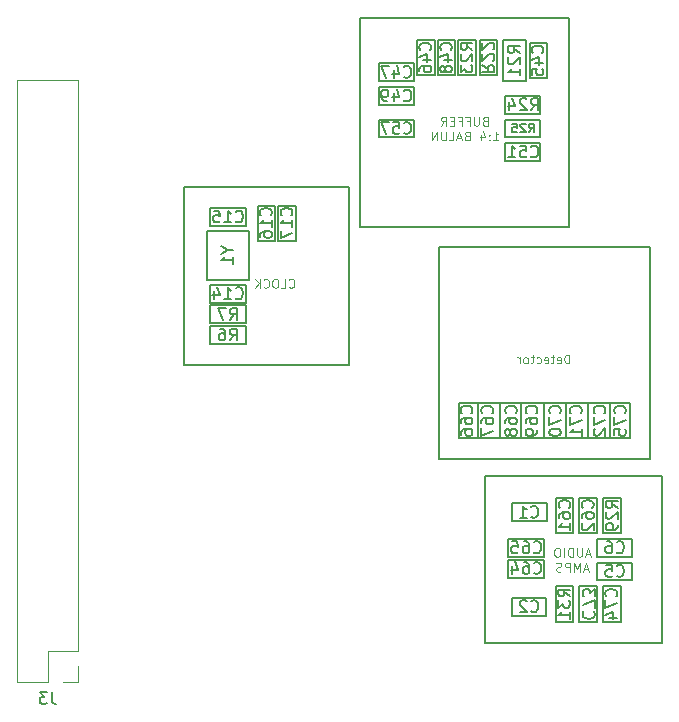
<source format=gbo>
G04 #@! TF.GenerationSoftware,KiCad,Pcbnew,(5.1.4)-1*
G04 #@! TF.CreationDate,2019-09-05T19:32:48+02:00*
G04 #@! TF.ProjectId,rf-receiver,72662d72-6563-4656-9976-65722e6b6963,rev?*
G04 #@! TF.SameCoordinates,Original*
G04 #@! TF.FileFunction,Legend,Bot*
G04 #@! TF.FilePolarity,Positive*
%FSLAX46Y46*%
G04 Gerber Fmt 4.6, Leading zero omitted, Abs format (unit mm)*
G04 Created by KiCad (PCBNEW (5.1.4)-1) date 2019-09-05 19:32:48*
%MOMM*%
%LPD*%
G04 APERTURE LIST*
%ADD10C,0.150000*%
%ADD11C,0.125000*%
%ADD12C,0.120000*%
G04 APERTURE END LIST*
D10*
X117700000Y-71500000D02*
X117700000Y-70000000D01*
X120700000Y-71500000D02*
X117700000Y-71500000D01*
X120700000Y-70000000D02*
X120700000Y-71500000D01*
X117700000Y-70000000D02*
X120700000Y-70000000D01*
X117700000Y-69500000D02*
X117700000Y-68000000D01*
X120700000Y-69500000D02*
X117700000Y-69500000D01*
X120700000Y-68000000D02*
X120700000Y-69500000D01*
X117700000Y-68000000D02*
X120700000Y-68000000D01*
X117700000Y-66000000D02*
X117800000Y-66000000D01*
X117700000Y-67500000D02*
X117700000Y-66000000D01*
X120700000Y-67500000D02*
X117700000Y-67500000D01*
X120700000Y-66000000D02*
X120700000Y-67500000D01*
X117800000Y-66000000D02*
X120700000Y-66000000D01*
D11*
X115996428Y-68121428D02*
X115889285Y-68157142D01*
X115853571Y-68192857D01*
X115817857Y-68264285D01*
X115817857Y-68371428D01*
X115853571Y-68442857D01*
X115889285Y-68478571D01*
X115960714Y-68514285D01*
X116246428Y-68514285D01*
X116246428Y-67764285D01*
X115996428Y-67764285D01*
X115925000Y-67800000D01*
X115889285Y-67835714D01*
X115853571Y-67907142D01*
X115853571Y-67978571D01*
X115889285Y-68050000D01*
X115925000Y-68085714D01*
X115996428Y-68121428D01*
X116246428Y-68121428D01*
X115496428Y-67764285D02*
X115496428Y-68371428D01*
X115460714Y-68442857D01*
X115425000Y-68478571D01*
X115353571Y-68514285D01*
X115210714Y-68514285D01*
X115139285Y-68478571D01*
X115103571Y-68442857D01*
X115067857Y-68371428D01*
X115067857Y-67764285D01*
X114460714Y-68121428D02*
X114710714Y-68121428D01*
X114710714Y-68514285D02*
X114710714Y-67764285D01*
X114353571Y-67764285D01*
X113817857Y-68121428D02*
X114067857Y-68121428D01*
X114067857Y-68514285D02*
X114067857Y-67764285D01*
X113710714Y-67764285D01*
X113425000Y-68121428D02*
X113175000Y-68121428D01*
X113067857Y-68514285D02*
X113425000Y-68514285D01*
X113425000Y-67764285D01*
X113067857Y-67764285D01*
X112317857Y-68514285D02*
X112567857Y-68157142D01*
X112746428Y-68514285D02*
X112746428Y-67764285D01*
X112460714Y-67764285D01*
X112389285Y-67800000D01*
X112353571Y-67835714D01*
X112317857Y-67907142D01*
X112317857Y-68014285D01*
X112353571Y-68085714D01*
X112389285Y-68121428D01*
X112460714Y-68157142D01*
X112746428Y-68157142D01*
X116692857Y-69764285D02*
X117121428Y-69764285D01*
X116907142Y-69764285D02*
X116907142Y-69014285D01*
X116978571Y-69121428D01*
X117050000Y-69192857D01*
X117121428Y-69228571D01*
X116371428Y-69692857D02*
X116335714Y-69728571D01*
X116371428Y-69764285D01*
X116407142Y-69728571D01*
X116371428Y-69692857D01*
X116371428Y-69764285D01*
X116371428Y-69300000D02*
X116335714Y-69335714D01*
X116371428Y-69371428D01*
X116407142Y-69335714D01*
X116371428Y-69300000D01*
X116371428Y-69371428D01*
X115692857Y-69264285D02*
X115692857Y-69764285D01*
X115871428Y-68978571D02*
X116050000Y-69514285D01*
X115585714Y-69514285D01*
X114478571Y-69371428D02*
X114371428Y-69407142D01*
X114335714Y-69442857D01*
X114300000Y-69514285D01*
X114300000Y-69621428D01*
X114335714Y-69692857D01*
X114371428Y-69728571D01*
X114442857Y-69764285D01*
X114728571Y-69764285D01*
X114728571Y-69014285D01*
X114478571Y-69014285D01*
X114407142Y-69050000D01*
X114371428Y-69085714D01*
X114335714Y-69157142D01*
X114335714Y-69228571D01*
X114371428Y-69300000D01*
X114407142Y-69335714D01*
X114478571Y-69371428D01*
X114728571Y-69371428D01*
X114014285Y-69550000D02*
X113657142Y-69550000D01*
X114085714Y-69764285D02*
X113835714Y-69014285D01*
X113585714Y-69764285D01*
X112978571Y-69764285D02*
X113335714Y-69764285D01*
X113335714Y-69014285D01*
X112728571Y-69014285D02*
X112728571Y-69621428D01*
X112692857Y-69692857D01*
X112657142Y-69728571D01*
X112585714Y-69764285D01*
X112442857Y-69764285D01*
X112371428Y-69728571D01*
X112335714Y-69692857D01*
X112300000Y-69621428D01*
X112300000Y-69014285D01*
X111942857Y-69764285D02*
X111942857Y-69014285D01*
X111514285Y-69764285D01*
X111514285Y-69014285D01*
X99414285Y-82167857D02*
X99450000Y-82203571D01*
X99557142Y-82239285D01*
X99628571Y-82239285D01*
X99735714Y-82203571D01*
X99807142Y-82132142D01*
X99842857Y-82060714D01*
X99878571Y-81917857D01*
X99878571Y-81810714D01*
X99842857Y-81667857D01*
X99807142Y-81596428D01*
X99735714Y-81525000D01*
X99628571Y-81489285D01*
X99557142Y-81489285D01*
X99450000Y-81525000D01*
X99414285Y-81560714D01*
X98735714Y-82239285D02*
X99092857Y-82239285D01*
X99092857Y-81489285D01*
X98342857Y-81489285D02*
X98200000Y-81489285D01*
X98128571Y-81525000D01*
X98057142Y-81596428D01*
X98021428Y-81739285D01*
X98021428Y-81989285D01*
X98057142Y-82132142D01*
X98128571Y-82203571D01*
X98200000Y-82239285D01*
X98342857Y-82239285D01*
X98414285Y-82203571D01*
X98485714Y-82132142D01*
X98521428Y-81989285D01*
X98521428Y-81739285D01*
X98485714Y-81596428D01*
X98414285Y-81525000D01*
X98342857Y-81489285D01*
X97271428Y-82167857D02*
X97307142Y-82203571D01*
X97414285Y-82239285D01*
X97485714Y-82239285D01*
X97592857Y-82203571D01*
X97664285Y-82132142D01*
X97700000Y-82060714D01*
X97735714Y-81917857D01*
X97735714Y-81810714D01*
X97700000Y-81667857D01*
X97664285Y-81596428D01*
X97592857Y-81525000D01*
X97485714Y-81489285D01*
X97414285Y-81489285D01*
X97307142Y-81525000D01*
X97271428Y-81560714D01*
X96950000Y-82239285D02*
X96950000Y-81489285D01*
X96521428Y-82239285D02*
X96842857Y-81810714D01*
X96521428Y-81489285D02*
X96950000Y-81917857D01*
X123160714Y-88639285D02*
X123160714Y-87889285D01*
X122982142Y-87889285D01*
X122875000Y-87925000D01*
X122803571Y-87996428D01*
X122767857Y-88067857D01*
X122732142Y-88210714D01*
X122732142Y-88317857D01*
X122767857Y-88460714D01*
X122803571Y-88532142D01*
X122875000Y-88603571D01*
X122982142Y-88639285D01*
X123160714Y-88639285D01*
X122125000Y-88603571D02*
X122196428Y-88639285D01*
X122339285Y-88639285D01*
X122410714Y-88603571D01*
X122446428Y-88532142D01*
X122446428Y-88246428D01*
X122410714Y-88175000D01*
X122339285Y-88139285D01*
X122196428Y-88139285D01*
X122125000Y-88175000D01*
X122089285Y-88246428D01*
X122089285Y-88317857D01*
X122446428Y-88389285D01*
X121875000Y-88139285D02*
X121589285Y-88139285D01*
X121767857Y-87889285D02*
X121767857Y-88532142D01*
X121732142Y-88603571D01*
X121660714Y-88639285D01*
X121589285Y-88639285D01*
X121053571Y-88603571D02*
X121125000Y-88639285D01*
X121267857Y-88639285D01*
X121339285Y-88603571D01*
X121375000Y-88532142D01*
X121375000Y-88246428D01*
X121339285Y-88175000D01*
X121267857Y-88139285D01*
X121125000Y-88139285D01*
X121053571Y-88175000D01*
X121017857Y-88246428D01*
X121017857Y-88317857D01*
X121375000Y-88389285D01*
X120375000Y-88603571D02*
X120446428Y-88639285D01*
X120589285Y-88639285D01*
X120660714Y-88603571D01*
X120696428Y-88567857D01*
X120732142Y-88496428D01*
X120732142Y-88282142D01*
X120696428Y-88210714D01*
X120660714Y-88175000D01*
X120589285Y-88139285D01*
X120446428Y-88139285D01*
X120375000Y-88175000D01*
X120160714Y-88139285D02*
X119875000Y-88139285D01*
X120053571Y-87889285D02*
X120053571Y-88532142D01*
X120017857Y-88603571D01*
X119946428Y-88639285D01*
X119875000Y-88639285D01*
X119517857Y-88639285D02*
X119589285Y-88603571D01*
X119625000Y-88567857D01*
X119660714Y-88496428D01*
X119660714Y-88282142D01*
X119625000Y-88210714D01*
X119589285Y-88175000D01*
X119517857Y-88139285D01*
X119410714Y-88139285D01*
X119339285Y-88175000D01*
X119303571Y-88210714D01*
X119267857Y-88282142D01*
X119267857Y-88496428D01*
X119303571Y-88567857D01*
X119339285Y-88603571D01*
X119410714Y-88639285D01*
X119517857Y-88639285D01*
X118946428Y-88639285D02*
X118946428Y-88139285D01*
X118946428Y-88282142D02*
X118910714Y-88210714D01*
X118875000Y-88175000D01*
X118803571Y-88139285D01*
X118732142Y-88139285D01*
X124917857Y-104800000D02*
X124560714Y-104800000D01*
X124989285Y-105014285D02*
X124739285Y-104264285D01*
X124489285Y-105014285D01*
X124239285Y-104264285D02*
X124239285Y-104871428D01*
X124203571Y-104942857D01*
X124167857Y-104978571D01*
X124096428Y-105014285D01*
X123953571Y-105014285D01*
X123882142Y-104978571D01*
X123846428Y-104942857D01*
X123810714Y-104871428D01*
X123810714Y-104264285D01*
X123453571Y-105014285D02*
X123453571Y-104264285D01*
X123275000Y-104264285D01*
X123167857Y-104300000D01*
X123096428Y-104371428D01*
X123060714Y-104442857D01*
X123025000Y-104585714D01*
X123025000Y-104692857D01*
X123060714Y-104835714D01*
X123096428Y-104907142D01*
X123167857Y-104978571D01*
X123275000Y-105014285D01*
X123453571Y-105014285D01*
X122703571Y-105014285D02*
X122703571Y-104264285D01*
X122203571Y-104264285D02*
X122060714Y-104264285D01*
X121989285Y-104300000D01*
X121917857Y-104371428D01*
X121882142Y-104514285D01*
X121882142Y-104764285D01*
X121917857Y-104907142D01*
X121989285Y-104978571D01*
X122060714Y-105014285D01*
X122203571Y-105014285D01*
X122275000Y-104978571D01*
X122346428Y-104907142D01*
X122382142Y-104764285D01*
X122382142Y-104514285D01*
X122346428Y-104371428D01*
X122275000Y-104300000D01*
X122203571Y-104264285D01*
X124739285Y-106050000D02*
X124382142Y-106050000D01*
X124810714Y-106264285D02*
X124560714Y-105514285D01*
X124310714Y-106264285D01*
X124060714Y-106264285D02*
X124060714Y-105514285D01*
X123810714Y-106050000D01*
X123560714Y-105514285D01*
X123560714Y-106264285D01*
X123203571Y-106264285D02*
X123203571Y-105514285D01*
X122917857Y-105514285D01*
X122846428Y-105550000D01*
X122810714Y-105585714D01*
X122775000Y-105657142D01*
X122775000Y-105764285D01*
X122810714Y-105835714D01*
X122846428Y-105871428D01*
X122917857Y-105907142D01*
X123203571Y-105907142D01*
X122489285Y-106228571D02*
X122382142Y-106264285D01*
X122203571Y-106264285D01*
X122132142Y-106228571D01*
X122096428Y-106192857D01*
X122060714Y-106121428D01*
X122060714Y-106050000D01*
X122096428Y-105978571D01*
X122132142Y-105942857D01*
X122203571Y-105907142D01*
X122346428Y-105871428D01*
X122417857Y-105835714D01*
X122453571Y-105800000D01*
X122489285Y-105728571D01*
X122489285Y-105657142D01*
X122453571Y-105585714D01*
X122417857Y-105550000D01*
X122346428Y-105514285D01*
X122167857Y-105514285D01*
X122060714Y-105550000D01*
D10*
X116000000Y-112300000D02*
X116000000Y-98200000D01*
X131000000Y-112300000D02*
X116000000Y-112300000D01*
X131000000Y-98200000D02*
X131000000Y-112300000D01*
X116000000Y-98200000D02*
X131000000Y-98200000D01*
X90500000Y-88800000D02*
X90500000Y-73700000D01*
X104500000Y-88800000D02*
X90500000Y-88800000D01*
X104500000Y-73700000D02*
X104500000Y-88800000D01*
X90500000Y-73700000D02*
X104500000Y-73700000D01*
X105400000Y-77100000D02*
X105400000Y-59400000D01*
X123100000Y-77100000D02*
X105400000Y-77100000D01*
X123100000Y-59400000D02*
X123100000Y-77100000D01*
X105400000Y-59400000D02*
X123100000Y-59400000D01*
X112100000Y-78800000D02*
X112200000Y-78800000D01*
X112100000Y-96700000D02*
X112100000Y-78800000D01*
X130000000Y-96700000D02*
X112100000Y-96700000D01*
X130000000Y-78800000D02*
X130000000Y-96700000D01*
X112200000Y-78800000D02*
X130000000Y-78800000D01*
X92700000Y-87000000D02*
X92700000Y-85500000D01*
X95800000Y-87000000D02*
X92700000Y-87000000D01*
X95800000Y-85500000D02*
X95800000Y-87000000D01*
X92700000Y-85500000D02*
X95800000Y-85500000D01*
X92700000Y-83800000D02*
X92700000Y-83700000D01*
X92700000Y-85200000D02*
X92700000Y-83800000D01*
X95800000Y-85200000D02*
X92700000Y-85200000D01*
X95800000Y-83700000D02*
X95800000Y-85200000D01*
X92700000Y-83700000D02*
X95800000Y-83700000D01*
X92700000Y-83500000D02*
X92700000Y-82000000D01*
X95800000Y-83500000D02*
X92700000Y-83500000D01*
X95800000Y-82000000D02*
X95800000Y-83500000D01*
X92700000Y-82000000D02*
X95800000Y-82000000D01*
X100000000Y-75300000D02*
X98500000Y-75300000D01*
X100000000Y-78300000D02*
X100000000Y-75300000D01*
X98500000Y-78300000D02*
X100000000Y-78300000D01*
X98500000Y-75300000D02*
X98500000Y-78300000D01*
X98200000Y-75300000D02*
X96800000Y-75300000D01*
X98200000Y-78300000D02*
X98200000Y-75300000D01*
X96800000Y-78300000D02*
X98200000Y-78300000D01*
X96800000Y-75300000D02*
X96800000Y-78300000D01*
X92500000Y-81600000D02*
X92500000Y-77400000D01*
X96000000Y-81600000D02*
X92500000Y-81600000D01*
X96000000Y-77400000D02*
X96000000Y-81600000D01*
X92500000Y-77400000D02*
X96000000Y-77400000D01*
X92700000Y-77000000D02*
X92700000Y-75500000D01*
X95800000Y-77000000D02*
X92700000Y-77000000D01*
X95800000Y-75500000D02*
X95800000Y-77000000D01*
X92700000Y-75500000D02*
X95800000Y-75500000D01*
X126000000Y-103000000D02*
X126000000Y-100000000D01*
X127500000Y-103000000D02*
X126000000Y-103000000D01*
X127500000Y-100000000D02*
X127500000Y-103000000D01*
X126000000Y-100000000D02*
X127500000Y-100000000D01*
X124000000Y-103000000D02*
X124000000Y-100000000D01*
X125500000Y-103000000D02*
X124000000Y-103000000D01*
X125500000Y-100000000D02*
X125500000Y-103000000D01*
X124000000Y-100000000D02*
X125500000Y-100000000D01*
X122000000Y-103000000D02*
X122000000Y-100000000D01*
X123500000Y-103000000D02*
X122000000Y-103000000D01*
X123500000Y-100000000D02*
X123500000Y-103000000D01*
X122000000Y-100000000D02*
X123500000Y-100000000D01*
X125500000Y-107000000D02*
X125500000Y-105500000D01*
X128500000Y-107000000D02*
X125500000Y-107000000D01*
X128500000Y-105500000D02*
X128500000Y-107000000D01*
X125500000Y-105500000D02*
X128500000Y-105500000D01*
X125500000Y-105000000D02*
X125500000Y-103500000D01*
X128500000Y-105000000D02*
X125500000Y-105000000D01*
X128500000Y-103500000D02*
X128500000Y-105000000D01*
X125500000Y-103500000D02*
X128500000Y-103500000D01*
X126000000Y-110500000D02*
X126000000Y-107500000D01*
X127500000Y-110500000D02*
X126000000Y-110500000D01*
X127500000Y-107500000D02*
X127500000Y-110500000D01*
X126000000Y-107500000D02*
X127500000Y-107500000D01*
X124000000Y-110500000D02*
X124000000Y-107500000D01*
X125500000Y-110500000D02*
X124000000Y-110500000D01*
X125500000Y-107500000D02*
X125500000Y-110500000D01*
X124000000Y-107500000D02*
X125500000Y-107500000D01*
X122000000Y-110500000D02*
X122000000Y-107500000D01*
X123500000Y-110500000D02*
X122000000Y-110500000D01*
X123500000Y-107500000D02*
X123500000Y-110500000D01*
X122000000Y-107500000D02*
X123500000Y-107500000D01*
X121200000Y-108500000D02*
X118300000Y-108500000D01*
X121200000Y-110000000D02*
X121200000Y-108500000D01*
X118300000Y-110000000D02*
X121200000Y-110000000D01*
X118300000Y-108500000D02*
X118300000Y-110000000D01*
X121000000Y-105300000D02*
X118000000Y-105300000D01*
X121000000Y-106800000D02*
X121000000Y-105300000D01*
X118000000Y-106800000D02*
X121000000Y-106800000D01*
X118000000Y-105300000D02*
X118000000Y-106800000D01*
X118000000Y-105000000D02*
X118000000Y-103500000D01*
X121000000Y-105000000D02*
X118000000Y-105000000D01*
X121000000Y-103500000D02*
X121000000Y-105000000D01*
X118000000Y-103500000D02*
X121000000Y-103500000D01*
X121300000Y-100500000D02*
X118300000Y-100500000D01*
X121300000Y-102000000D02*
X121300000Y-100500000D01*
X118300000Y-102000000D02*
X121300000Y-102000000D01*
X118300000Y-100500000D02*
X118300000Y-102000000D01*
X126600000Y-95000000D02*
X126600000Y-92000000D01*
X124700000Y-92000000D02*
X124700000Y-95000000D01*
X122900000Y-92000000D02*
X122900000Y-95000000D01*
X121000000Y-95000000D02*
X121000000Y-92000000D01*
X119100000Y-92000000D02*
X119100000Y-95000000D01*
X117300000Y-95000000D02*
X117300000Y-92000000D01*
X115400000Y-92000000D02*
X115400000Y-95000000D01*
X128300000Y-92000000D02*
X113800000Y-92000000D01*
X128300000Y-95000000D02*
X128300000Y-92000000D01*
X113800000Y-95000000D02*
X128300000Y-95000000D01*
X113800000Y-92000000D02*
X113800000Y-95000000D01*
X121300000Y-61500000D02*
X119800000Y-61500000D01*
X121300000Y-64500000D02*
X121300000Y-61500000D01*
X119800000Y-64500000D02*
X121300000Y-64500000D01*
X119800000Y-61500000D02*
X119800000Y-64500000D01*
X119450000Y-61300000D02*
X117550000Y-61300000D01*
X119450000Y-64700000D02*
X119450000Y-61300000D01*
X117550000Y-64700000D02*
X119450000Y-64700000D01*
X117550000Y-61300000D02*
X117550000Y-64700000D01*
X115550000Y-64250000D02*
X115550000Y-61250000D01*
X117050000Y-64250000D02*
X115550000Y-64250000D01*
X117050000Y-61250000D02*
X117050000Y-64250000D01*
X115550000Y-61250000D02*
X117050000Y-61250000D01*
X115250000Y-61250000D02*
X113750000Y-61250000D01*
X115250000Y-64250000D02*
X115250000Y-61250000D01*
X113750000Y-64250000D02*
X115250000Y-64250000D01*
X113750000Y-61250000D02*
X113750000Y-64250000D01*
X113500000Y-61250000D02*
X112000000Y-61250000D01*
X113500000Y-61250000D02*
X113500000Y-64250000D01*
X112000000Y-64250000D02*
X113500000Y-64250000D01*
X112000000Y-61250000D02*
X112000000Y-64250000D01*
X110250000Y-61250000D02*
X110250000Y-64250000D01*
X111750000Y-61250000D02*
X110250000Y-61250000D01*
X111750000Y-64250000D02*
X111750000Y-61250000D01*
X110250000Y-64250000D02*
X111750000Y-64250000D01*
X110000000Y-63250000D02*
X107000000Y-63250000D01*
X110000000Y-64750000D02*
X110000000Y-63250000D01*
X107000000Y-64750000D02*
X110000000Y-64750000D01*
X107000000Y-63250000D02*
X107000000Y-64750000D01*
X110000000Y-65250000D02*
X107000000Y-65250000D01*
X110000000Y-66750000D02*
X110000000Y-65250000D01*
X107000000Y-66750000D02*
X110000000Y-66750000D01*
X107000000Y-65250000D02*
X107000000Y-66750000D01*
X107000000Y-68250000D02*
X107000000Y-68000000D01*
X107000000Y-69500000D02*
X107000000Y-68250000D01*
X110000000Y-69500000D02*
X107000000Y-69500000D01*
X110000000Y-68000000D02*
X110000000Y-69500000D01*
X107000000Y-68000000D02*
X110000000Y-68000000D01*
D12*
X80250000Y-115580000D02*
X81580000Y-115580000D01*
X81580000Y-115580000D02*
X81580000Y-114250000D01*
X78980000Y-115580000D02*
X78980000Y-112980000D01*
X78980000Y-112980000D02*
X81580000Y-112980000D01*
X81580000Y-112980000D02*
X81580000Y-64660000D01*
X76380000Y-64660000D02*
X81580000Y-64660000D01*
X76380000Y-115580000D02*
X76380000Y-64660000D01*
X76380000Y-115580000D02*
X78980000Y-115580000D01*
D10*
X127166666Y-106607142D02*
X127214285Y-106654761D01*
X127357142Y-106702380D01*
X127452380Y-106702380D01*
X127595238Y-106654761D01*
X127690476Y-106559523D01*
X127738095Y-106464285D01*
X127785714Y-106273809D01*
X127785714Y-106130952D01*
X127738095Y-105940476D01*
X127690476Y-105845238D01*
X127595238Y-105750000D01*
X127452380Y-105702380D01*
X127357142Y-105702380D01*
X127214285Y-105750000D01*
X127166666Y-105797619D01*
X126261904Y-105702380D02*
X126738095Y-105702380D01*
X126785714Y-106178571D01*
X126738095Y-106130952D01*
X126642857Y-106083333D01*
X126404761Y-106083333D01*
X126309523Y-106130952D01*
X126261904Y-106178571D01*
X126214285Y-106273809D01*
X126214285Y-106511904D01*
X126261904Y-106607142D01*
X126309523Y-106654761D01*
X126404761Y-106702380D01*
X126642857Y-106702380D01*
X126738095Y-106654761D01*
X126785714Y-106607142D01*
X111357142Y-62107142D02*
X111404761Y-62059523D01*
X111452380Y-61916666D01*
X111452380Y-61821428D01*
X111404761Y-61678571D01*
X111309523Y-61583333D01*
X111214285Y-61535714D01*
X111023809Y-61488095D01*
X110880952Y-61488095D01*
X110690476Y-61535714D01*
X110595238Y-61583333D01*
X110500000Y-61678571D01*
X110452380Y-61821428D01*
X110452380Y-61916666D01*
X110500000Y-62059523D01*
X110547619Y-62107142D01*
X110785714Y-62964285D02*
X111452380Y-62964285D01*
X110404761Y-62726190D02*
X111119047Y-62488095D01*
X111119047Y-63107142D01*
X110452380Y-63916666D02*
X110452380Y-63726190D01*
X110500000Y-63630952D01*
X110547619Y-63583333D01*
X110690476Y-63488095D01*
X110880952Y-63440476D01*
X111261904Y-63440476D01*
X111357142Y-63488095D01*
X111404761Y-63535714D01*
X111452380Y-63630952D01*
X111452380Y-63821428D01*
X111404761Y-63916666D01*
X111357142Y-63964285D01*
X111261904Y-64011904D01*
X111023809Y-64011904D01*
X110928571Y-63964285D01*
X110880952Y-63916666D01*
X110833333Y-63821428D01*
X110833333Y-63630952D01*
X110880952Y-63535714D01*
X110928571Y-63488095D01*
X111023809Y-63440476D01*
X109142857Y-66357142D02*
X109190476Y-66404761D01*
X109333333Y-66452380D01*
X109428571Y-66452380D01*
X109571428Y-66404761D01*
X109666666Y-66309523D01*
X109714285Y-66214285D01*
X109761904Y-66023809D01*
X109761904Y-65880952D01*
X109714285Y-65690476D01*
X109666666Y-65595238D01*
X109571428Y-65500000D01*
X109428571Y-65452380D01*
X109333333Y-65452380D01*
X109190476Y-65500000D01*
X109142857Y-65547619D01*
X108285714Y-65785714D02*
X108285714Y-66452380D01*
X108523809Y-65404761D02*
X108761904Y-66119047D01*
X108142857Y-66119047D01*
X107714285Y-66452380D02*
X107523809Y-66452380D01*
X107428571Y-66404761D01*
X107380952Y-66357142D01*
X107285714Y-66214285D01*
X107238095Y-66023809D01*
X107238095Y-65642857D01*
X107285714Y-65547619D01*
X107333333Y-65500000D01*
X107428571Y-65452380D01*
X107619047Y-65452380D01*
X107714285Y-65500000D01*
X107761904Y-65547619D01*
X107809523Y-65642857D01*
X107809523Y-65880952D01*
X107761904Y-65976190D01*
X107714285Y-66023809D01*
X107619047Y-66071428D01*
X107428571Y-66071428D01*
X107333333Y-66023809D01*
X107285714Y-65976190D01*
X107238095Y-65880952D01*
X120142857Y-106357142D02*
X120190476Y-106404761D01*
X120333333Y-106452380D01*
X120428571Y-106452380D01*
X120571428Y-106404761D01*
X120666666Y-106309523D01*
X120714285Y-106214285D01*
X120761904Y-106023809D01*
X120761904Y-105880952D01*
X120714285Y-105690476D01*
X120666666Y-105595238D01*
X120571428Y-105500000D01*
X120428571Y-105452380D01*
X120333333Y-105452380D01*
X120190476Y-105500000D01*
X120142857Y-105547619D01*
X119285714Y-105452380D02*
X119476190Y-105452380D01*
X119571428Y-105500000D01*
X119619047Y-105547619D01*
X119714285Y-105690476D01*
X119761904Y-105880952D01*
X119761904Y-106261904D01*
X119714285Y-106357142D01*
X119666666Y-106404761D01*
X119571428Y-106452380D01*
X119380952Y-106452380D01*
X119285714Y-106404761D01*
X119238095Y-106357142D01*
X119190476Y-106261904D01*
X119190476Y-106023809D01*
X119238095Y-105928571D01*
X119285714Y-105880952D01*
X119380952Y-105833333D01*
X119571428Y-105833333D01*
X119666666Y-105880952D01*
X119714285Y-105928571D01*
X119761904Y-106023809D01*
X118333333Y-105785714D02*
X118333333Y-106452380D01*
X118571428Y-105404761D02*
X118809523Y-106119047D01*
X118190476Y-106119047D01*
X79313333Y-116472380D02*
X79313333Y-117186666D01*
X79360952Y-117329523D01*
X79456190Y-117424761D01*
X79599047Y-117472380D01*
X79694285Y-117472380D01*
X78932380Y-116472380D02*
X78313333Y-116472380D01*
X78646666Y-116853333D01*
X78503809Y-116853333D01*
X78408571Y-116900952D01*
X78360952Y-116948571D01*
X78313333Y-117043809D01*
X78313333Y-117281904D01*
X78360952Y-117377142D01*
X78408571Y-117424761D01*
X78503809Y-117472380D01*
X78789523Y-117472380D01*
X78884761Y-117424761D01*
X78932380Y-117377142D01*
X94226190Y-79023809D02*
X94702380Y-79023809D01*
X93702380Y-78690476D02*
X94226190Y-79023809D01*
X93702380Y-79357142D01*
X94702380Y-80214285D02*
X94702380Y-79642857D01*
X94702380Y-79928571D02*
X93702380Y-79928571D01*
X93845238Y-79833333D01*
X93940476Y-79738095D01*
X93988095Y-79642857D01*
X94416666Y-84952380D02*
X94750000Y-84476190D01*
X94988095Y-84952380D02*
X94988095Y-83952380D01*
X94607142Y-83952380D01*
X94511904Y-84000000D01*
X94464285Y-84047619D01*
X94416666Y-84142857D01*
X94416666Y-84285714D01*
X94464285Y-84380952D01*
X94511904Y-84428571D01*
X94607142Y-84476190D01*
X94988095Y-84476190D01*
X94083333Y-83952380D02*
X93416666Y-83952380D01*
X93845238Y-84952380D01*
X94416666Y-86702380D02*
X94750000Y-86226190D01*
X94988095Y-86702380D02*
X94988095Y-85702380D01*
X94607142Y-85702380D01*
X94511904Y-85750000D01*
X94464285Y-85797619D01*
X94416666Y-85892857D01*
X94416666Y-86035714D01*
X94464285Y-86130952D01*
X94511904Y-86178571D01*
X94607142Y-86226190D01*
X94988095Y-86226190D01*
X93559523Y-85702380D02*
X93750000Y-85702380D01*
X93845238Y-85750000D01*
X93892857Y-85797619D01*
X93988095Y-85940476D01*
X94035714Y-86130952D01*
X94035714Y-86511904D01*
X93988095Y-86607142D01*
X93940476Y-86654761D01*
X93845238Y-86702380D01*
X93654761Y-86702380D01*
X93559523Y-86654761D01*
X93511904Y-86607142D01*
X93464285Y-86511904D01*
X93464285Y-86273809D01*
X93511904Y-86178571D01*
X93559523Y-86130952D01*
X93654761Y-86083333D01*
X93845238Y-86083333D01*
X93940476Y-86130952D01*
X93988095Y-86178571D01*
X94035714Y-86273809D01*
X99607142Y-76107142D02*
X99654761Y-76059523D01*
X99702380Y-75916666D01*
X99702380Y-75821428D01*
X99654761Y-75678571D01*
X99559523Y-75583333D01*
X99464285Y-75535714D01*
X99273809Y-75488095D01*
X99130952Y-75488095D01*
X98940476Y-75535714D01*
X98845238Y-75583333D01*
X98750000Y-75678571D01*
X98702380Y-75821428D01*
X98702380Y-75916666D01*
X98750000Y-76059523D01*
X98797619Y-76107142D01*
X99702380Y-77059523D02*
X99702380Y-76488095D01*
X99702380Y-76773809D02*
X98702380Y-76773809D01*
X98845238Y-76678571D01*
X98940476Y-76583333D01*
X98988095Y-76488095D01*
X98702380Y-77392857D02*
X98702380Y-78059523D01*
X99702380Y-77630952D01*
X97857142Y-76107142D02*
X97904761Y-76059523D01*
X97952380Y-75916666D01*
X97952380Y-75821428D01*
X97904761Y-75678571D01*
X97809523Y-75583333D01*
X97714285Y-75535714D01*
X97523809Y-75488095D01*
X97380952Y-75488095D01*
X97190476Y-75535714D01*
X97095238Y-75583333D01*
X97000000Y-75678571D01*
X96952380Y-75821428D01*
X96952380Y-75916666D01*
X97000000Y-76059523D01*
X97047619Y-76107142D01*
X97952380Y-77059523D02*
X97952380Y-76488095D01*
X97952380Y-76773809D02*
X96952380Y-76773809D01*
X97095238Y-76678571D01*
X97190476Y-76583333D01*
X97238095Y-76488095D01*
X96952380Y-77916666D02*
X96952380Y-77726190D01*
X97000000Y-77630952D01*
X97047619Y-77583333D01*
X97190476Y-77488095D01*
X97380952Y-77440476D01*
X97761904Y-77440476D01*
X97857142Y-77488095D01*
X97904761Y-77535714D01*
X97952380Y-77630952D01*
X97952380Y-77821428D01*
X97904761Y-77916666D01*
X97857142Y-77964285D01*
X97761904Y-78011904D01*
X97523809Y-78011904D01*
X97428571Y-77964285D01*
X97380952Y-77916666D01*
X97333333Y-77821428D01*
X97333333Y-77630952D01*
X97380952Y-77535714D01*
X97428571Y-77488095D01*
X97523809Y-77440476D01*
X94892857Y-76607142D02*
X94940476Y-76654761D01*
X95083333Y-76702380D01*
X95178571Y-76702380D01*
X95321428Y-76654761D01*
X95416666Y-76559523D01*
X95464285Y-76464285D01*
X95511904Y-76273809D01*
X95511904Y-76130952D01*
X95464285Y-75940476D01*
X95416666Y-75845238D01*
X95321428Y-75750000D01*
X95178571Y-75702380D01*
X95083333Y-75702380D01*
X94940476Y-75750000D01*
X94892857Y-75797619D01*
X93940476Y-76702380D02*
X94511904Y-76702380D01*
X94226190Y-76702380D02*
X94226190Y-75702380D01*
X94321428Y-75845238D01*
X94416666Y-75940476D01*
X94511904Y-75988095D01*
X93035714Y-75702380D02*
X93511904Y-75702380D01*
X93559523Y-76178571D01*
X93511904Y-76130952D01*
X93416666Y-76083333D01*
X93178571Y-76083333D01*
X93083333Y-76130952D01*
X93035714Y-76178571D01*
X92988095Y-76273809D01*
X92988095Y-76511904D01*
X93035714Y-76607142D01*
X93083333Y-76654761D01*
X93178571Y-76702380D01*
X93416666Y-76702380D01*
X93511904Y-76654761D01*
X93559523Y-76607142D01*
X94892857Y-83107142D02*
X94940476Y-83154761D01*
X95083333Y-83202380D01*
X95178571Y-83202380D01*
X95321428Y-83154761D01*
X95416666Y-83059523D01*
X95464285Y-82964285D01*
X95511904Y-82773809D01*
X95511904Y-82630952D01*
X95464285Y-82440476D01*
X95416666Y-82345238D01*
X95321428Y-82250000D01*
X95178571Y-82202380D01*
X95083333Y-82202380D01*
X94940476Y-82250000D01*
X94892857Y-82297619D01*
X93940476Y-83202380D02*
X94511904Y-83202380D01*
X94226190Y-83202380D02*
X94226190Y-82202380D01*
X94321428Y-82345238D01*
X94416666Y-82440476D01*
X94511904Y-82488095D01*
X93083333Y-82535714D02*
X93083333Y-83202380D01*
X93321428Y-82154761D02*
X93559523Y-82869047D01*
X92940476Y-82869047D01*
X119916666Y-109607142D02*
X119964285Y-109654761D01*
X120107142Y-109702380D01*
X120202380Y-109702380D01*
X120345238Y-109654761D01*
X120440476Y-109559523D01*
X120488095Y-109464285D01*
X120535714Y-109273809D01*
X120535714Y-109130952D01*
X120488095Y-108940476D01*
X120440476Y-108845238D01*
X120345238Y-108750000D01*
X120202380Y-108702380D01*
X120107142Y-108702380D01*
X119964285Y-108750000D01*
X119916666Y-108797619D01*
X119535714Y-108797619D02*
X119488095Y-108750000D01*
X119392857Y-108702380D01*
X119154761Y-108702380D01*
X119059523Y-108750000D01*
X119011904Y-108797619D01*
X118964285Y-108892857D01*
X118964285Y-108988095D01*
X119011904Y-109130952D01*
X119583333Y-109702380D01*
X118964285Y-109702380D01*
X119916666Y-101607142D02*
X119964285Y-101654761D01*
X120107142Y-101702380D01*
X120202380Y-101702380D01*
X120345238Y-101654761D01*
X120440476Y-101559523D01*
X120488095Y-101464285D01*
X120535714Y-101273809D01*
X120535714Y-101130952D01*
X120488095Y-100940476D01*
X120440476Y-100845238D01*
X120345238Y-100750000D01*
X120202380Y-100702380D01*
X120107142Y-100702380D01*
X119964285Y-100750000D01*
X119916666Y-100797619D01*
X118964285Y-101702380D02*
X119535714Y-101702380D01*
X119250000Y-101702380D02*
X119250000Y-100702380D01*
X119345238Y-100845238D01*
X119440476Y-100940476D01*
X119535714Y-100988095D01*
X127166666Y-104607142D02*
X127214285Y-104654761D01*
X127357142Y-104702380D01*
X127452380Y-104702380D01*
X127595238Y-104654761D01*
X127690476Y-104559523D01*
X127738095Y-104464285D01*
X127785714Y-104273809D01*
X127785714Y-104130952D01*
X127738095Y-103940476D01*
X127690476Y-103845238D01*
X127595238Y-103750000D01*
X127452380Y-103702380D01*
X127357142Y-103702380D01*
X127214285Y-103750000D01*
X127166666Y-103797619D01*
X126309523Y-103702380D02*
X126500000Y-103702380D01*
X126595238Y-103750000D01*
X126642857Y-103797619D01*
X126738095Y-103940476D01*
X126785714Y-104130952D01*
X126785714Y-104511904D01*
X126738095Y-104607142D01*
X126690476Y-104654761D01*
X126595238Y-104702380D01*
X126404761Y-104702380D01*
X126309523Y-104654761D01*
X126261904Y-104607142D01*
X126214285Y-104511904D01*
X126214285Y-104273809D01*
X126261904Y-104178571D01*
X126309523Y-104130952D01*
X126404761Y-104083333D01*
X126595238Y-104083333D01*
X126690476Y-104130952D01*
X126738095Y-104178571D01*
X126785714Y-104273809D01*
X118952380Y-62357142D02*
X118476190Y-62023809D01*
X118952380Y-61785714D02*
X117952380Y-61785714D01*
X117952380Y-62166666D01*
X118000000Y-62261904D01*
X118047619Y-62309523D01*
X118142857Y-62357142D01*
X118285714Y-62357142D01*
X118380952Y-62309523D01*
X118428571Y-62261904D01*
X118476190Y-62166666D01*
X118476190Y-61785714D01*
X118047619Y-62738095D02*
X118000000Y-62785714D01*
X117952380Y-62880952D01*
X117952380Y-63119047D01*
X118000000Y-63214285D01*
X118047619Y-63261904D01*
X118142857Y-63309523D01*
X118238095Y-63309523D01*
X118380952Y-63261904D01*
X118952380Y-62690476D01*
X118952380Y-63309523D01*
X118952380Y-64261904D02*
X118952380Y-63690476D01*
X118952380Y-63976190D02*
X117952380Y-63976190D01*
X118095238Y-63880952D01*
X118190476Y-63785714D01*
X118238095Y-63690476D01*
X125107142Y-100857142D02*
X125154761Y-100809523D01*
X125202380Y-100666666D01*
X125202380Y-100571428D01*
X125154761Y-100428571D01*
X125059523Y-100333333D01*
X124964285Y-100285714D01*
X124773809Y-100238095D01*
X124630952Y-100238095D01*
X124440476Y-100285714D01*
X124345238Y-100333333D01*
X124250000Y-100428571D01*
X124202380Y-100571428D01*
X124202380Y-100666666D01*
X124250000Y-100809523D01*
X124297619Y-100857142D01*
X124202380Y-101714285D02*
X124202380Y-101523809D01*
X124250000Y-101428571D01*
X124297619Y-101380952D01*
X124440476Y-101285714D01*
X124630952Y-101238095D01*
X125011904Y-101238095D01*
X125107142Y-101285714D01*
X125154761Y-101333333D01*
X125202380Y-101428571D01*
X125202380Y-101619047D01*
X125154761Y-101714285D01*
X125107142Y-101761904D01*
X125011904Y-101809523D01*
X124773809Y-101809523D01*
X124678571Y-101761904D01*
X124630952Y-101714285D01*
X124583333Y-101619047D01*
X124583333Y-101428571D01*
X124630952Y-101333333D01*
X124678571Y-101285714D01*
X124773809Y-101238095D01*
X124297619Y-102190476D02*
X124250000Y-102238095D01*
X124202380Y-102333333D01*
X124202380Y-102571428D01*
X124250000Y-102666666D01*
X124297619Y-102714285D01*
X124392857Y-102761904D01*
X124488095Y-102761904D01*
X124630952Y-102714285D01*
X125202380Y-102142857D01*
X125202380Y-102761904D01*
X123157142Y-100857142D02*
X123204761Y-100809523D01*
X123252380Y-100666666D01*
X123252380Y-100571428D01*
X123204761Y-100428571D01*
X123109523Y-100333333D01*
X123014285Y-100285714D01*
X122823809Y-100238095D01*
X122680952Y-100238095D01*
X122490476Y-100285714D01*
X122395238Y-100333333D01*
X122300000Y-100428571D01*
X122252380Y-100571428D01*
X122252380Y-100666666D01*
X122300000Y-100809523D01*
X122347619Y-100857142D01*
X122252380Y-101714285D02*
X122252380Y-101523809D01*
X122300000Y-101428571D01*
X122347619Y-101380952D01*
X122490476Y-101285714D01*
X122680952Y-101238095D01*
X123061904Y-101238095D01*
X123157142Y-101285714D01*
X123204761Y-101333333D01*
X123252380Y-101428571D01*
X123252380Y-101619047D01*
X123204761Y-101714285D01*
X123157142Y-101761904D01*
X123061904Y-101809523D01*
X122823809Y-101809523D01*
X122728571Y-101761904D01*
X122680952Y-101714285D01*
X122633333Y-101619047D01*
X122633333Y-101428571D01*
X122680952Y-101333333D01*
X122728571Y-101285714D01*
X122823809Y-101238095D01*
X123252380Y-102761904D02*
X123252380Y-102190476D01*
X123252380Y-102476190D02*
X122252380Y-102476190D01*
X122395238Y-102380952D01*
X122490476Y-102285714D01*
X122538095Y-102190476D01*
X109142857Y-69107142D02*
X109190476Y-69154761D01*
X109333333Y-69202380D01*
X109428571Y-69202380D01*
X109571428Y-69154761D01*
X109666666Y-69059523D01*
X109714285Y-68964285D01*
X109761904Y-68773809D01*
X109761904Y-68630952D01*
X109714285Y-68440476D01*
X109666666Y-68345238D01*
X109571428Y-68250000D01*
X109428571Y-68202380D01*
X109333333Y-68202380D01*
X109190476Y-68250000D01*
X109142857Y-68297619D01*
X108238095Y-68202380D02*
X108714285Y-68202380D01*
X108761904Y-68678571D01*
X108714285Y-68630952D01*
X108619047Y-68583333D01*
X108380952Y-68583333D01*
X108285714Y-68630952D01*
X108238095Y-68678571D01*
X108190476Y-68773809D01*
X108190476Y-69011904D01*
X108238095Y-69107142D01*
X108285714Y-69154761D01*
X108380952Y-69202380D01*
X108619047Y-69202380D01*
X108714285Y-69154761D01*
X108761904Y-69107142D01*
X107857142Y-68202380D02*
X107190476Y-68202380D01*
X107619047Y-69202380D01*
X119892857Y-71107142D02*
X119940476Y-71154761D01*
X120083333Y-71202380D01*
X120178571Y-71202380D01*
X120321428Y-71154761D01*
X120416666Y-71059523D01*
X120464285Y-70964285D01*
X120511904Y-70773809D01*
X120511904Y-70630952D01*
X120464285Y-70440476D01*
X120416666Y-70345238D01*
X120321428Y-70250000D01*
X120178571Y-70202380D01*
X120083333Y-70202380D01*
X119940476Y-70250000D01*
X119892857Y-70297619D01*
X118988095Y-70202380D02*
X119464285Y-70202380D01*
X119511904Y-70678571D01*
X119464285Y-70630952D01*
X119369047Y-70583333D01*
X119130952Y-70583333D01*
X119035714Y-70630952D01*
X118988095Y-70678571D01*
X118940476Y-70773809D01*
X118940476Y-71011904D01*
X118988095Y-71107142D01*
X119035714Y-71154761D01*
X119130952Y-71202380D01*
X119369047Y-71202380D01*
X119464285Y-71154761D01*
X119511904Y-71107142D01*
X117988095Y-71202380D02*
X118559523Y-71202380D01*
X118273809Y-71202380D02*
X118273809Y-70202380D01*
X118369047Y-70345238D01*
X118464285Y-70440476D01*
X118559523Y-70488095D01*
X109142857Y-64357142D02*
X109190476Y-64404761D01*
X109333333Y-64452380D01*
X109428571Y-64452380D01*
X109571428Y-64404761D01*
X109666666Y-64309523D01*
X109714285Y-64214285D01*
X109761904Y-64023809D01*
X109761904Y-63880952D01*
X109714285Y-63690476D01*
X109666666Y-63595238D01*
X109571428Y-63500000D01*
X109428571Y-63452380D01*
X109333333Y-63452380D01*
X109190476Y-63500000D01*
X109142857Y-63547619D01*
X108285714Y-63785714D02*
X108285714Y-64452380D01*
X108523809Y-63404761D02*
X108761904Y-64119047D01*
X108142857Y-64119047D01*
X107857142Y-63452380D02*
X107190476Y-63452380D01*
X107619047Y-64452380D01*
X120857142Y-62357142D02*
X120904761Y-62309523D01*
X120952380Y-62166666D01*
X120952380Y-62071428D01*
X120904761Y-61928571D01*
X120809523Y-61833333D01*
X120714285Y-61785714D01*
X120523809Y-61738095D01*
X120380952Y-61738095D01*
X120190476Y-61785714D01*
X120095238Y-61833333D01*
X120000000Y-61928571D01*
X119952380Y-62071428D01*
X119952380Y-62166666D01*
X120000000Y-62309523D01*
X120047619Y-62357142D01*
X120285714Y-63214285D02*
X120952380Y-63214285D01*
X119904761Y-62976190D02*
X120619047Y-62738095D01*
X120619047Y-63357142D01*
X119952380Y-64214285D02*
X119952380Y-63738095D01*
X120428571Y-63690476D01*
X120380952Y-63738095D01*
X120333333Y-63833333D01*
X120333333Y-64071428D01*
X120380952Y-64166666D01*
X120428571Y-64214285D01*
X120523809Y-64261904D01*
X120761904Y-64261904D01*
X120857142Y-64214285D01*
X120904761Y-64166666D01*
X120952380Y-64071428D01*
X120952380Y-63833333D01*
X120904761Y-63738095D01*
X120857142Y-63690476D01*
X124107142Y-92857142D02*
X124154761Y-92809523D01*
X124202380Y-92666666D01*
X124202380Y-92571428D01*
X124154761Y-92428571D01*
X124059523Y-92333333D01*
X123964285Y-92285714D01*
X123773809Y-92238095D01*
X123630952Y-92238095D01*
X123440476Y-92285714D01*
X123345238Y-92333333D01*
X123250000Y-92428571D01*
X123202380Y-92571428D01*
X123202380Y-92666666D01*
X123250000Y-92809523D01*
X123297619Y-92857142D01*
X123202380Y-93190476D02*
X123202380Y-93857142D01*
X124202380Y-93428571D01*
X124202380Y-94761904D02*
X124202380Y-94190476D01*
X124202380Y-94476190D02*
X123202380Y-94476190D01*
X123345238Y-94380952D01*
X123440476Y-94285714D01*
X123488095Y-94190476D01*
X126107142Y-92857142D02*
X126154761Y-92809523D01*
X126202380Y-92666666D01*
X126202380Y-92571428D01*
X126154761Y-92428571D01*
X126059523Y-92333333D01*
X125964285Y-92285714D01*
X125773809Y-92238095D01*
X125630952Y-92238095D01*
X125440476Y-92285714D01*
X125345238Y-92333333D01*
X125250000Y-92428571D01*
X125202380Y-92571428D01*
X125202380Y-92666666D01*
X125250000Y-92809523D01*
X125297619Y-92857142D01*
X125202380Y-93190476D02*
X125202380Y-93857142D01*
X126202380Y-93428571D01*
X125297619Y-94190476D02*
X125250000Y-94238095D01*
X125202380Y-94333333D01*
X125202380Y-94571428D01*
X125250000Y-94666666D01*
X125297619Y-94714285D01*
X125392857Y-94761904D01*
X125488095Y-94761904D01*
X125630952Y-94714285D01*
X126202380Y-94142857D01*
X126202380Y-94761904D01*
X127857142Y-92857142D02*
X127904761Y-92809523D01*
X127952380Y-92666666D01*
X127952380Y-92571428D01*
X127904761Y-92428571D01*
X127809523Y-92333333D01*
X127714285Y-92285714D01*
X127523809Y-92238095D01*
X127380952Y-92238095D01*
X127190476Y-92285714D01*
X127095238Y-92333333D01*
X127000000Y-92428571D01*
X126952380Y-92571428D01*
X126952380Y-92666666D01*
X127000000Y-92809523D01*
X127047619Y-92857142D01*
X126952380Y-93190476D02*
X126952380Y-93857142D01*
X127952380Y-93428571D01*
X126952380Y-94714285D02*
X126952380Y-94238095D01*
X127428571Y-94190476D01*
X127380952Y-94238095D01*
X127333333Y-94333333D01*
X127333333Y-94571428D01*
X127380952Y-94666666D01*
X127428571Y-94714285D01*
X127523809Y-94761904D01*
X127761904Y-94761904D01*
X127857142Y-94714285D01*
X127904761Y-94666666D01*
X127952380Y-94571428D01*
X127952380Y-94333333D01*
X127904761Y-94238095D01*
X127857142Y-94190476D01*
X113107142Y-62107142D02*
X113154761Y-62059523D01*
X113202380Y-61916666D01*
X113202380Y-61821428D01*
X113154761Y-61678571D01*
X113059523Y-61583333D01*
X112964285Y-61535714D01*
X112773809Y-61488095D01*
X112630952Y-61488095D01*
X112440476Y-61535714D01*
X112345238Y-61583333D01*
X112250000Y-61678571D01*
X112202380Y-61821428D01*
X112202380Y-61916666D01*
X112250000Y-62059523D01*
X112297619Y-62107142D01*
X112535714Y-62964285D02*
X113202380Y-62964285D01*
X112154761Y-62726190D02*
X112869047Y-62488095D01*
X112869047Y-63107142D01*
X112630952Y-63630952D02*
X112583333Y-63535714D01*
X112535714Y-63488095D01*
X112440476Y-63440476D01*
X112392857Y-63440476D01*
X112297619Y-63488095D01*
X112250000Y-63535714D01*
X112202380Y-63630952D01*
X112202380Y-63821428D01*
X112250000Y-63916666D01*
X112297619Y-63964285D01*
X112392857Y-64011904D01*
X112440476Y-64011904D01*
X112535714Y-63964285D01*
X112583333Y-63916666D01*
X112630952Y-63821428D01*
X112630952Y-63630952D01*
X112678571Y-63535714D01*
X112726190Y-63488095D01*
X112821428Y-63440476D01*
X113011904Y-63440476D01*
X113107142Y-63488095D01*
X113154761Y-63535714D01*
X113202380Y-63630952D01*
X113202380Y-63821428D01*
X113154761Y-63916666D01*
X113107142Y-63964285D01*
X113011904Y-64011904D01*
X112821428Y-64011904D01*
X112726190Y-63964285D01*
X112678571Y-63916666D01*
X112630952Y-63821428D01*
X120357142Y-92857142D02*
X120404761Y-92809523D01*
X120452380Y-92666666D01*
X120452380Y-92571428D01*
X120404761Y-92428571D01*
X120309523Y-92333333D01*
X120214285Y-92285714D01*
X120023809Y-92238095D01*
X119880952Y-92238095D01*
X119690476Y-92285714D01*
X119595238Y-92333333D01*
X119500000Y-92428571D01*
X119452380Y-92571428D01*
X119452380Y-92666666D01*
X119500000Y-92809523D01*
X119547619Y-92857142D01*
X119452380Y-93714285D02*
X119452380Y-93523809D01*
X119500000Y-93428571D01*
X119547619Y-93380952D01*
X119690476Y-93285714D01*
X119880952Y-93238095D01*
X120261904Y-93238095D01*
X120357142Y-93285714D01*
X120404761Y-93333333D01*
X120452380Y-93428571D01*
X120452380Y-93619047D01*
X120404761Y-93714285D01*
X120357142Y-93761904D01*
X120261904Y-93809523D01*
X120023809Y-93809523D01*
X119928571Y-93761904D01*
X119880952Y-93714285D01*
X119833333Y-93619047D01*
X119833333Y-93428571D01*
X119880952Y-93333333D01*
X119928571Y-93285714D01*
X120023809Y-93238095D01*
X120452380Y-94285714D02*
X120452380Y-94476190D01*
X120404761Y-94571428D01*
X120357142Y-94619047D01*
X120214285Y-94714285D01*
X120023809Y-94761904D01*
X119642857Y-94761904D01*
X119547619Y-94714285D01*
X119500000Y-94666666D01*
X119452380Y-94571428D01*
X119452380Y-94380952D01*
X119500000Y-94285714D01*
X119547619Y-94238095D01*
X119642857Y-94190476D01*
X119880952Y-94190476D01*
X119976190Y-94238095D01*
X120023809Y-94285714D01*
X120071428Y-94380952D01*
X120071428Y-94571428D01*
X120023809Y-94666666D01*
X119976190Y-94714285D01*
X119880952Y-94761904D01*
X118607142Y-92857142D02*
X118654761Y-92809523D01*
X118702380Y-92666666D01*
X118702380Y-92571428D01*
X118654761Y-92428571D01*
X118559523Y-92333333D01*
X118464285Y-92285714D01*
X118273809Y-92238095D01*
X118130952Y-92238095D01*
X117940476Y-92285714D01*
X117845238Y-92333333D01*
X117750000Y-92428571D01*
X117702380Y-92571428D01*
X117702380Y-92666666D01*
X117750000Y-92809523D01*
X117797619Y-92857142D01*
X117702380Y-93714285D02*
X117702380Y-93523809D01*
X117750000Y-93428571D01*
X117797619Y-93380952D01*
X117940476Y-93285714D01*
X118130952Y-93238095D01*
X118511904Y-93238095D01*
X118607142Y-93285714D01*
X118654761Y-93333333D01*
X118702380Y-93428571D01*
X118702380Y-93619047D01*
X118654761Y-93714285D01*
X118607142Y-93761904D01*
X118511904Y-93809523D01*
X118273809Y-93809523D01*
X118178571Y-93761904D01*
X118130952Y-93714285D01*
X118083333Y-93619047D01*
X118083333Y-93428571D01*
X118130952Y-93333333D01*
X118178571Y-93285714D01*
X118273809Y-93238095D01*
X118130952Y-94380952D02*
X118083333Y-94285714D01*
X118035714Y-94238095D01*
X117940476Y-94190476D01*
X117892857Y-94190476D01*
X117797619Y-94238095D01*
X117750000Y-94285714D01*
X117702380Y-94380952D01*
X117702380Y-94571428D01*
X117750000Y-94666666D01*
X117797619Y-94714285D01*
X117892857Y-94761904D01*
X117940476Y-94761904D01*
X118035714Y-94714285D01*
X118083333Y-94666666D01*
X118130952Y-94571428D01*
X118130952Y-94380952D01*
X118178571Y-94285714D01*
X118226190Y-94238095D01*
X118321428Y-94190476D01*
X118511904Y-94190476D01*
X118607142Y-94238095D01*
X118654761Y-94285714D01*
X118702380Y-94380952D01*
X118702380Y-94571428D01*
X118654761Y-94666666D01*
X118607142Y-94714285D01*
X118511904Y-94761904D01*
X118321428Y-94761904D01*
X118226190Y-94714285D01*
X118178571Y-94666666D01*
X118130952Y-94571428D01*
X116607142Y-92857142D02*
X116654761Y-92809523D01*
X116702380Y-92666666D01*
X116702380Y-92571428D01*
X116654761Y-92428571D01*
X116559523Y-92333333D01*
X116464285Y-92285714D01*
X116273809Y-92238095D01*
X116130952Y-92238095D01*
X115940476Y-92285714D01*
X115845238Y-92333333D01*
X115750000Y-92428571D01*
X115702380Y-92571428D01*
X115702380Y-92666666D01*
X115750000Y-92809523D01*
X115797619Y-92857142D01*
X115702380Y-93714285D02*
X115702380Y-93523809D01*
X115750000Y-93428571D01*
X115797619Y-93380952D01*
X115940476Y-93285714D01*
X116130952Y-93238095D01*
X116511904Y-93238095D01*
X116607142Y-93285714D01*
X116654761Y-93333333D01*
X116702380Y-93428571D01*
X116702380Y-93619047D01*
X116654761Y-93714285D01*
X116607142Y-93761904D01*
X116511904Y-93809523D01*
X116273809Y-93809523D01*
X116178571Y-93761904D01*
X116130952Y-93714285D01*
X116083333Y-93619047D01*
X116083333Y-93428571D01*
X116130952Y-93333333D01*
X116178571Y-93285714D01*
X116273809Y-93238095D01*
X115702380Y-94142857D02*
X115702380Y-94809523D01*
X116702380Y-94380952D01*
X114857142Y-92857142D02*
X114904761Y-92809523D01*
X114952380Y-92666666D01*
X114952380Y-92571428D01*
X114904761Y-92428571D01*
X114809523Y-92333333D01*
X114714285Y-92285714D01*
X114523809Y-92238095D01*
X114380952Y-92238095D01*
X114190476Y-92285714D01*
X114095238Y-92333333D01*
X114000000Y-92428571D01*
X113952380Y-92571428D01*
X113952380Y-92666666D01*
X114000000Y-92809523D01*
X114047619Y-92857142D01*
X113952380Y-93714285D02*
X113952380Y-93523809D01*
X114000000Y-93428571D01*
X114047619Y-93380952D01*
X114190476Y-93285714D01*
X114380952Y-93238095D01*
X114761904Y-93238095D01*
X114857142Y-93285714D01*
X114904761Y-93333333D01*
X114952380Y-93428571D01*
X114952380Y-93619047D01*
X114904761Y-93714285D01*
X114857142Y-93761904D01*
X114761904Y-93809523D01*
X114523809Y-93809523D01*
X114428571Y-93761904D01*
X114380952Y-93714285D01*
X114333333Y-93619047D01*
X114333333Y-93428571D01*
X114380952Y-93333333D01*
X114428571Y-93285714D01*
X114523809Y-93238095D01*
X113952380Y-94666666D02*
X113952380Y-94476190D01*
X114000000Y-94380952D01*
X114047619Y-94333333D01*
X114190476Y-94238095D01*
X114380952Y-94190476D01*
X114761904Y-94190476D01*
X114857142Y-94238095D01*
X114904761Y-94285714D01*
X114952380Y-94380952D01*
X114952380Y-94571428D01*
X114904761Y-94666666D01*
X114857142Y-94714285D01*
X114761904Y-94761904D01*
X114523809Y-94761904D01*
X114428571Y-94714285D01*
X114380952Y-94666666D01*
X114333333Y-94571428D01*
X114333333Y-94380952D01*
X114380952Y-94285714D01*
X114428571Y-94238095D01*
X114523809Y-94190476D01*
X120142857Y-104607142D02*
X120190476Y-104654761D01*
X120333333Y-104702380D01*
X120428571Y-104702380D01*
X120571428Y-104654761D01*
X120666666Y-104559523D01*
X120714285Y-104464285D01*
X120761904Y-104273809D01*
X120761904Y-104130952D01*
X120714285Y-103940476D01*
X120666666Y-103845238D01*
X120571428Y-103750000D01*
X120428571Y-103702380D01*
X120333333Y-103702380D01*
X120190476Y-103750000D01*
X120142857Y-103797619D01*
X119285714Y-103702380D02*
X119476190Y-103702380D01*
X119571428Y-103750000D01*
X119619047Y-103797619D01*
X119714285Y-103940476D01*
X119761904Y-104130952D01*
X119761904Y-104511904D01*
X119714285Y-104607142D01*
X119666666Y-104654761D01*
X119571428Y-104702380D01*
X119380952Y-104702380D01*
X119285714Y-104654761D01*
X119238095Y-104607142D01*
X119190476Y-104511904D01*
X119190476Y-104273809D01*
X119238095Y-104178571D01*
X119285714Y-104130952D01*
X119380952Y-104083333D01*
X119571428Y-104083333D01*
X119666666Y-104130952D01*
X119714285Y-104178571D01*
X119761904Y-104273809D01*
X118285714Y-103702380D02*
X118761904Y-103702380D01*
X118809523Y-104178571D01*
X118761904Y-104130952D01*
X118666666Y-104083333D01*
X118428571Y-104083333D01*
X118333333Y-104130952D01*
X118285714Y-104178571D01*
X118238095Y-104273809D01*
X118238095Y-104511904D01*
X118285714Y-104607142D01*
X118333333Y-104654761D01*
X118428571Y-104702380D01*
X118666666Y-104702380D01*
X118761904Y-104654761D01*
X118809523Y-104607142D01*
X124392857Y-109642857D02*
X124345238Y-109690476D01*
X124297619Y-109833333D01*
X124297619Y-109928571D01*
X124345238Y-110071428D01*
X124440476Y-110166666D01*
X124535714Y-110214285D01*
X124726190Y-110261904D01*
X124869047Y-110261904D01*
X125059523Y-110214285D01*
X125154761Y-110166666D01*
X125250000Y-110071428D01*
X125297619Y-109928571D01*
X125297619Y-109833333D01*
X125250000Y-109690476D01*
X125202380Y-109642857D01*
X125297619Y-109309523D02*
X125297619Y-108642857D01*
X124297619Y-109071428D01*
X125297619Y-108357142D02*
X125297619Y-107738095D01*
X124916666Y-108071428D01*
X124916666Y-107928571D01*
X124869047Y-107833333D01*
X124821428Y-107785714D01*
X124726190Y-107738095D01*
X124488095Y-107738095D01*
X124392857Y-107785714D01*
X124345238Y-107833333D01*
X124297619Y-107928571D01*
X124297619Y-108214285D01*
X124345238Y-108309523D01*
X124392857Y-108357142D01*
X122357142Y-92857142D02*
X122404761Y-92809523D01*
X122452380Y-92666666D01*
X122452380Y-92571428D01*
X122404761Y-92428571D01*
X122309523Y-92333333D01*
X122214285Y-92285714D01*
X122023809Y-92238095D01*
X121880952Y-92238095D01*
X121690476Y-92285714D01*
X121595238Y-92333333D01*
X121500000Y-92428571D01*
X121452380Y-92571428D01*
X121452380Y-92666666D01*
X121500000Y-92809523D01*
X121547619Y-92857142D01*
X121452380Y-93190476D02*
X121452380Y-93857142D01*
X122452380Y-93428571D01*
X121452380Y-94428571D02*
X121452380Y-94523809D01*
X121500000Y-94619047D01*
X121547619Y-94666666D01*
X121642857Y-94714285D01*
X121833333Y-94761904D01*
X122071428Y-94761904D01*
X122261904Y-94714285D01*
X122357142Y-94666666D01*
X122404761Y-94619047D01*
X122452380Y-94523809D01*
X122452380Y-94428571D01*
X122404761Y-94333333D01*
X122357142Y-94285714D01*
X122261904Y-94238095D01*
X122071428Y-94190476D01*
X121833333Y-94190476D01*
X121642857Y-94238095D01*
X121547619Y-94285714D01*
X121500000Y-94333333D01*
X121452380Y-94428571D01*
X127107142Y-108357142D02*
X127154761Y-108309523D01*
X127202380Y-108166666D01*
X127202380Y-108071428D01*
X127154761Y-107928571D01*
X127059523Y-107833333D01*
X126964285Y-107785714D01*
X126773809Y-107738095D01*
X126630952Y-107738095D01*
X126440476Y-107785714D01*
X126345238Y-107833333D01*
X126250000Y-107928571D01*
X126202380Y-108071428D01*
X126202380Y-108166666D01*
X126250000Y-108309523D01*
X126297619Y-108357142D01*
X126202380Y-108690476D02*
X126202380Y-109357142D01*
X127202380Y-108928571D01*
X126535714Y-110166666D02*
X127202380Y-110166666D01*
X126154761Y-109928571D02*
X126869047Y-109690476D01*
X126869047Y-110309523D01*
X127252380Y-100857142D02*
X126776190Y-100523809D01*
X127252380Y-100285714D02*
X126252380Y-100285714D01*
X126252380Y-100666666D01*
X126300000Y-100761904D01*
X126347619Y-100809523D01*
X126442857Y-100857142D01*
X126585714Y-100857142D01*
X126680952Y-100809523D01*
X126728571Y-100761904D01*
X126776190Y-100666666D01*
X126776190Y-100285714D01*
X126347619Y-101238095D02*
X126300000Y-101285714D01*
X126252380Y-101380952D01*
X126252380Y-101619047D01*
X126300000Y-101714285D01*
X126347619Y-101761904D01*
X126442857Y-101809523D01*
X126538095Y-101809523D01*
X126680952Y-101761904D01*
X127252380Y-101190476D01*
X127252380Y-101809523D01*
X127252380Y-102285714D02*
X127252380Y-102476190D01*
X127204761Y-102571428D01*
X127157142Y-102619047D01*
X127014285Y-102714285D01*
X126823809Y-102761904D01*
X126442857Y-102761904D01*
X126347619Y-102714285D01*
X126300000Y-102666666D01*
X126252380Y-102571428D01*
X126252380Y-102380952D01*
X126300000Y-102285714D01*
X126347619Y-102238095D01*
X126442857Y-102190476D01*
X126680952Y-102190476D01*
X126776190Y-102238095D01*
X126823809Y-102285714D01*
X126871428Y-102380952D01*
X126871428Y-102571428D01*
X126823809Y-102666666D01*
X126776190Y-102714285D01*
X126680952Y-102761904D01*
X123202380Y-108357142D02*
X122726190Y-108023809D01*
X123202380Y-107785714D02*
X122202380Y-107785714D01*
X122202380Y-108166666D01*
X122250000Y-108261904D01*
X122297619Y-108309523D01*
X122392857Y-108357142D01*
X122535714Y-108357142D01*
X122630952Y-108309523D01*
X122678571Y-108261904D01*
X122726190Y-108166666D01*
X122726190Y-107785714D01*
X122202380Y-108690476D02*
X122202380Y-109309523D01*
X122583333Y-108976190D01*
X122583333Y-109119047D01*
X122630952Y-109214285D01*
X122678571Y-109261904D01*
X122773809Y-109309523D01*
X123011904Y-109309523D01*
X123107142Y-109261904D01*
X123154761Y-109214285D01*
X123202380Y-109119047D01*
X123202380Y-108833333D01*
X123154761Y-108738095D01*
X123107142Y-108690476D01*
X123202380Y-110261904D02*
X123202380Y-109690476D01*
X123202380Y-109976190D02*
X122202380Y-109976190D01*
X122345238Y-109880952D01*
X122440476Y-109785714D01*
X122488095Y-109690476D01*
X115797619Y-63392857D02*
X116273809Y-63726190D01*
X115797619Y-63964285D02*
X116797619Y-63964285D01*
X116797619Y-63583333D01*
X116750000Y-63488095D01*
X116702380Y-63440476D01*
X116607142Y-63392857D01*
X116464285Y-63392857D01*
X116369047Y-63440476D01*
X116321428Y-63488095D01*
X116273809Y-63583333D01*
X116273809Y-63964285D01*
X116702380Y-63011904D02*
X116750000Y-62964285D01*
X116797619Y-62869047D01*
X116797619Y-62630952D01*
X116750000Y-62535714D01*
X116702380Y-62488095D01*
X116607142Y-62440476D01*
X116511904Y-62440476D01*
X116369047Y-62488095D01*
X115797619Y-63059523D01*
X115797619Y-62440476D01*
X116702380Y-62059523D02*
X116750000Y-62011904D01*
X116797619Y-61916666D01*
X116797619Y-61678571D01*
X116750000Y-61583333D01*
X116702380Y-61535714D01*
X116607142Y-61488095D01*
X116511904Y-61488095D01*
X116369047Y-61535714D01*
X115797619Y-62107142D01*
X115797619Y-61488095D01*
X114952380Y-62107142D02*
X114476190Y-61773809D01*
X114952380Y-61535714D02*
X113952380Y-61535714D01*
X113952380Y-61916666D01*
X114000000Y-62011904D01*
X114047619Y-62059523D01*
X114142857Y-62107142D01*
X114285714Y-62107142D01*
X114380952Y-62059523D01*
X114428571Y-62011904D01*
X114476190Y-61916666D01*
X114476190Y-61535714D01*
X114047619Y-62488095D02*
X114000000Y-62535714D01*
X113952380Y-62630952D01*
X113952380Y-62869047D01*
X114000000Y-62964285D01*
X114047619Y-63011904D01*
X114142857Y-63059523D01*
X114238095Y-63059523D01*
X114380952Y-63011904D01*
X114952380Y-62440476D01*
X114952380Y-63059523D01*
X113952380Y-63392857D02*
X113952380Y-64011904D01*
X114333333Y-63678571D01*
X114333333Y-63821428D01*
X114380952Y-63916666D01*
X114428571Y-63964285D01*
X114523809Y-64011904D01*
X114761904Y-64011904D01*
X114857142Y-63964285D01*
X114904761Y-63916666D01*
X114952380Y-63821428D01*
X114952380Y-63535714D01*
X114904761Y-63440476D01*
X114857142Y-63392857D01*
X119892857Y-67202380D02*
X120226190Y-66726190D01*
X120464285Y-67202380D02*
X120464285Y-66202380D01*
X120083333Y-66202380D01*
X119988095Y-66250000D01*
X119940476Y-66297619D01*
X119892857Y-66392857D01*
X119892857Y-66535714D01*
X119940476Y-66630952D01*
X119988095Y-66678571D01*
X120083333Y-66726190D01*
X120464285Y-66726190D01*
X119511904Y-66297619D02*
X119464285Y-66250000D01*
X119369047Y-66202380D01*
X119130952Y-66202380D01*
X119035714Y-66250000D01*
X118988095Y-66297619D01*
X118940476Y-66392857D01*
X118940476Y-66488095D01*
X118988095Y-66630952D01*
X119559523Y-67202380D01*
X118940476Y-67202380D01*
X118083333Y-66535714D02*
X118083333Y-67202380D01*
X118321428Y-66154761D02*
X118559523Y-66869047D01*
X117940476Y-66869047D01*
X119732142Y-69089285D02*
X119982142Y-68732142D01*
X120160714Y-69089285D02*
X120160714Y-68339285D01*
X119875000Y-68339285D01*
X119803571Y-68375000D01*
X119767857Y-68410714D01*
X119732142Y-68482142D01*
X119732142Y-68589285D01*
X119767857Y-68660714D01*
X119803571Y-68696428D01*
X119875000Y-68732142D01*
X120160714Y-68732142D01*
X119446428Y-68410714D02*
X119410714Y-68375000D01*
X119339285Y-68339285D01*
X119160714Y-68339285D01*
X119089285Y-68375000D01*
X119053571Y-68410714D01*
X119017857Y-68482142D01*
X119017857Y-68553571D01*
X119053571Y-68660714D01*
X119482142Y-69089285D01*
X119017857Y-69089285D01*
X118339285Y-68339285D02*
X118696428Y-68339285D01*
X118732142Y-68696428D01*
X118696428Y-68660714D01*
X118625000Y-68625000D01*
X118446428Y-68625000D01*
X118375000Y-68660714D01*
X118339285Y-68696428D01*
X118303571Y-68767857D01*
X118303571Y-68946428D01*
X118339285Y-69017857D01*
X118375000Y-69053571D01*
X118446428Y-69089285D01*
X118625000Y-69089285D01*
X118696428Y-69053571D01*
X118732142Y-69017857D01*
M02*

</source>
